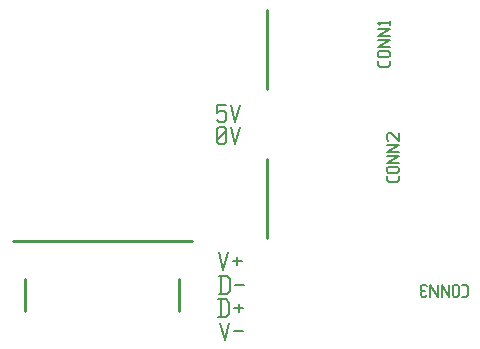
<source format=gbr>
G04 start of page 8 for group -4079 idx -4079 *
G04 Title: (unknown), topsilk *
G04 Creator: pcb 4.2.0 *
G04 CreationDate: Thu Feb 27 09:31:51 2020 UTC *
G04 For: blinken *
G04 Format: Gerber/RS-274X *
G04 PCB-Dimensions (mm): 65.00 56.00 *
G04 PCB-Coordinate-Origin: lower left *
%MOMM*%
%FSLAX43Y43*%
%LNTOPSILK*%
%ADD58C,0.150*%
%ADD57C,0.254*%
G54D57*X16100Y30550D02*Y27800D01*
X3050Y30550D02*Y27800D01*
G54D58*X19633Y30734D02*Y29271D01*
X20108Y30734D02*X20364Y30478D01*
Y29527D01*
X20108Y29271D02*X20364Y29527D01*
X19450Y29271D02*X20108D01*
X19450Y30734D02*X20108D01*
X20803Y30003D02*X21535D01*
X19583Y28784D02*Y27321D01*
X20058Y28784D02*X20314Y28528D01*
Y27577D01*
X20058Y27321D02*X20314Y27577D01*
X19400Y27321D02*X20058D01*
X19400Y28784D02*X20058D01*
X20753Y28053D02*X21485D01*
X21119Y28418D02*Y27687D01*
X19450Y32784D02*X19816Y31321D01*
X20182Y32784D01*
X20620Y32053D02*X21352D01*
X20986Y32418D02*Y31687D01*
X19550Y26834D02*X19916Y25371D01*
X20282Y26834D01*
X20720Y26103D02*X21452D01*
X19300Y45284D02*X20032D01*
X19300D02*Y44553D01*
X19483Y44736D01*
X19849D01*
X20032Y44553D01*
Y44004D01*
X19849Y43821D02*X20032Y44004D01*
X19483Y43821D02*X19849D01*
X19300Y44004D02*X19483Y43821D01*
X20470Y45284D02*X20836Y43821D01*
X21202Y45284D01*
X19300Y42104D02*X19483Y41921D01*
X19300Y43201D02*Y42104D01*
Y43201D02*X19483Y43384D01*
X19849D01*
X20032Y43201D01*
Y42104D01*
X19849Y41921D02*X20032Y42104D01*
X19483Y41921D02*X19849D01*
X19300Y42287D02*X20032Y43018D01*
X20470Y43384D02*X20836Y41921D01*
X21202Y43384D01*
G54D57*X2000Y33700D02*X17200D01*
X23500Y40700D02*Y34000D01*
Y53300D02*Y46600D01*
G54D58*X40042Y30020D02*X40372D01*
X40550Y29842D02*X40372Y30020D01*
X40550Y29842D02*Y29182D01*
X40372Y29004D01*
X40042D02*X40372D01*
X39737Y29893D02*Y29131D01*
X39610Y29004D01*
X39356D02*X39610D01*
X39356D02*X39229Y29131D01*
Y29893D02*Y29131D01*
X39356Y30020D02*X39229Y29893D01*
X39356Y30020D02*X39610D01*
X39737Y29893D02*X39610Y30020D01*
X38924D02*Y29004D01*
X38289Y30020D01*
Y29004D01*
X37985Y30020D02*Y29004D01*
X37350Y30020D01*
Y29004D01*
X37045Y29131D02*X36918Y29004D01*
X36664D02*X36918D01*
X36664D02*X36537Y29131D01*
X36664Y30020D02*X36537Y29893D01*
X36664Y30020D02*X36918D01*
X37045Y29893D02*X36918Y30020D01*
X36664Y29461D02*X36918D01*
X36537Y29334D02*Y29131D01*
Y29893D02*Y29588D01*
X36664Y29461D01*
X36537Y29334D02*X36664Y29461D01*
X34670Y39208D02*Y38878D01*
X34492Y38700D02*X34670Y38878D01*
X33832Y38700D02*X34492D01*
X33832D02*X33654Y38878D01*
Y39208D02*Y38878D01*
X33781Y39513D02*X34543D01*
X33781D02*X33654Y39640D01*
Y39894D02*Y39640D01*
Y39894D02*X33781Y40021D01*
X34543D01*
X34670Y39894D02*X34543Y40021D01*
X34670Y39894D02*Y39640D01*
X34543Y39513D02*X34670Y39640D01*
X33654Y40326D02*X34670D01*
X33654D02*X34670Y40961D01*
X33654D02*X34670D01*
X33654Y41265D02*X34670D01*
X33654D02*X34670Y41900D01*
X33654D02*X34670D01*
X33781Y42205D02*X33654Y42332D01*
Y42713D02*Y42332D01*
Y42713D02*X33781Y42840D01*
X34035D01*
X34670Y42205D02*X34035Y42840D01*
X34670D02*Y42205D01*
X33920Y49008D02*Y48678D01*
X33742Y48500D02*X33920Y48678D01*
X33082Y48500D02*X33742D01*
X33082D02*X32904Y48678D01*
Y49008D02*Y48678D01*
X33031Y49313D02*X33793D01*
X33031D02*X32904Y49440D01*
Y49694D02*Y49440D01*
Y49694D02*X33031Y49821D01*
X33793D01*
X33920Y49694D02*X33793Y49821D01*
X33920Y49694D02*Y49440D01*
X33793Y49313D02*X33920Y49440D01*
X32904Y50126D02*X33920D01*
X32904D02*X33920Y50761D01*
X32904D02*X33920D01*
X32904Y51065D02*X33920D01*
X32904D02*X33920Y51700D01*
X32904D02*X33920D01*
X33107Y52005D02*X32904Y52208D01*
X33920D01*
Y52386D02*Y52005D01*
M02*

</source>
